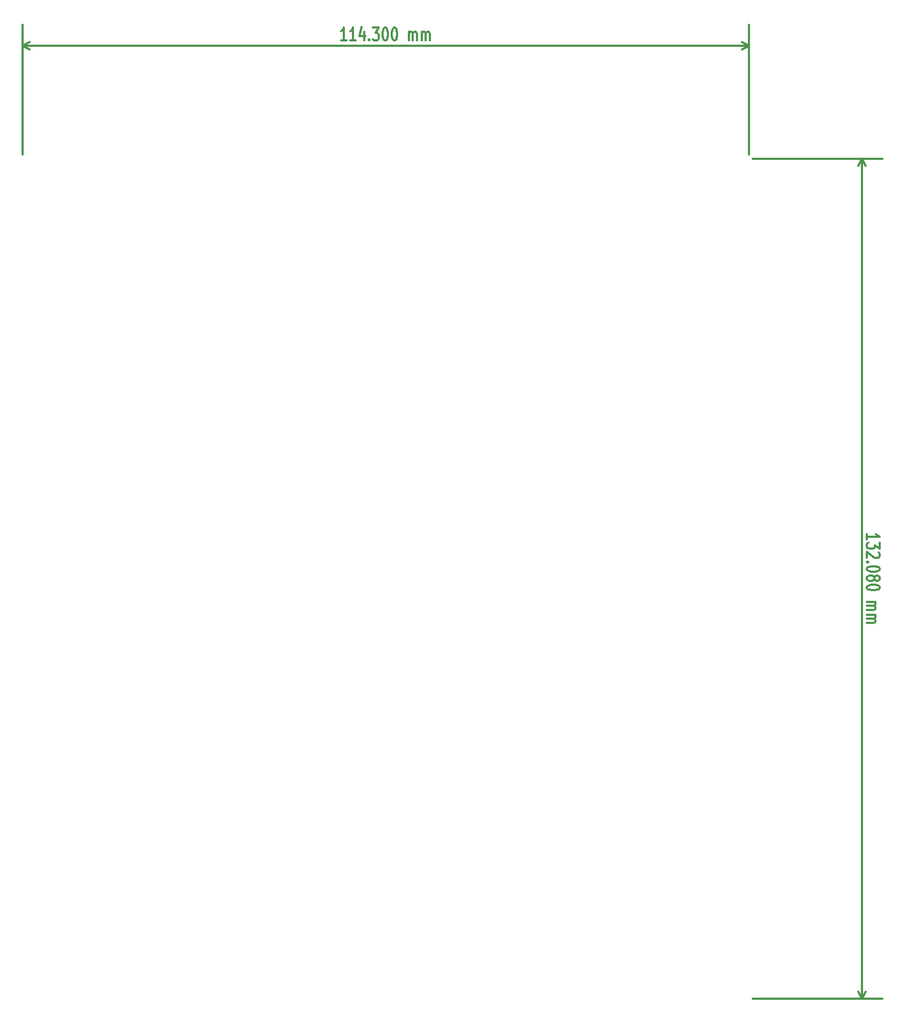
<source format=gbr>
G04 (created by PCBNEW-RS274X (2012-02-06 BZR 3180)-stable) date Fri 05 Oct 2012 08:43:45 AM CEST*
G01*
G70*
G90*
%MOIN*%
G04 Gerber Fmt 3.4, Leading zero omitted, Abs format*
%FSLAX34Y34*%
G04 APERTURE LIST*
%ADD10C,0.006000*%
%ADD11C,0.012000*%
G04 APERTURE END LIST*
G54D10*
G54D11*
X64315Y-37573D02*
X64315Y-37230D01*
X64315Y-37402D02*
X65115Y-37402D01*
X65001Y-37345D01*
X64925Y-37287D01*
X64887Y-37230D01*
X65115Y-37773D02*
X65115Y-38144D01*
X64810Y-37944D01*
X64810Y-38030D01*
X64772Y-38087D01*
X64734Y-38116D01*
X64658Y-38144D01*
X64468Y-38144D01*
X64391Y-38116D01*
X64353Y-38087D01*
X64315Y-38030D01*
X64315Y-37858D01*
X64353Y-37801D01*
X64391Y-37773D01*
X65039Y-38372D02*
X65077Y-38401D01*
X65115Y-38458D01*
X65115Y-38601D01*
X65077Y-38658D01*
X65039Y-38687D01*
X64963Y-38715D01*
X64887Y-38715D01*
X64772Y-38687D01*
X64315Y-38344D01*
X64315Y-38715D01*
X64391Y-38972D02*
X64353Y-39000D01*
X64315Y-38972D01*
X64353Y-38943D01*
X64391Y-38972D01*
X64315Y-38972D01*
X65115Y-39372D02*
X65115Y-39429D01*
X65077Y-39486D01*
X65039Y-39515D01*
X64963Y-39544D01*
X64810Y-39572D01*
X64620Y-39572D01*
X64468Y-39544D01*
X64391Y-39515D01*
X64353Y-39486D01*
X64315Y-39429D01*
X64315Y-39372D01*
X64353Y-39315D01*
X64391Y-39286D01*
X64468Y-39258D01*
X64620Y-39229D01*
X64810Y-39229D01*
X64963Y-39258D01*
X65039Y-39286D01*
X65077Y-39315D01*
X65115Y-39372D01*
X64772Y-39915D02*
X64810Y-39857D01*
X64849Y-39829D01*
X64925Y-39800D01*
X64963Y-39800D01*
X65039Y-39829D01*
X65077Y-39857D01*
X65115Y-39915D01*
X65115Y-40029D01*
X65077Y-40086D01*
X65039Y-40115D01*
X64963Y-40143D01*
X64925Y-40143D01*
X64849Y-40115D01*
X64810Y-40086D01*
X64772Y-40029D01*
X64772Y-39915D01*
X64734Y-39857D01*
X64696Y-39829D01*
X64620Y-39800D01*
X64468Y-39800D01*
X64391Y-39829D01*
X64353Y-39857D01*
X64315Y-39915D01*
X64315Y-40029D01*
X64353Y-40086D01*
X64391Y-40115D01*
X64468Y-40143D01*
X64620Y-40143D01*
X64696Y-40115D01*
X64734Y-40086D01*
X64772Y-40029D01*
X65115Y-40514D02*
X65115Y-40571D01*
X65077Y-40628D01*
X65039Y-40657D01*
X64963Y-40686D01*
X64810Y-40714D01*
X64620Y-40714D01*
X64468Y-40686D01*
X64391Y-40657D01*
X64353Y-40628D01*
X64315Y-40571D01*
X64315Y-40514D01*
X64353Y-40457D01*
X64391Y-40428D01*
X64468Y-40400D01*
X64620Y-40371D01*
X64810Y-40371D01*
X64963Y-40400D01*
X65039Y-40428D01*
X65077Y-40457D01*
X65115Y-40514D01*
X64315Y-41428D02*
X64849Y-41428D01*
X64772Y-41428D02*
X64810Y-41456D01*
X64849Y-41514D01*
X64849Y-41599D01*
X64810Y-41656D01*
X64734Y-41685D01*
X64315Y-41685D01*
X64734Y-41685D02*
X64810Y-41714D01*
X64849Y-41771D01*
X64849Y-41856D01*
X64810Y-41914D01*
X64734Y-41942D01*
X64315Y-41942D01*
X64315Y-42228D02*
X64849Y-42228D01*
X64772Y-42228D02*
X64810Y-42256D01*
X64849Y-42314D01*
X64849Y-42399D01*
X64810Y-42456D01*
X64734Y-42485D01*
X64315Y-42485D01*
X64734Y-42485D02*
X64810Y-42514D01*
X64849Y-42571D01*
X64849Y-42656D01*
X64810Y-42714D01*
X64734Y-42742D01*
X64315Y-42742D01*
X63999Y-14000D02*
X63999Y-66000D01*
X57250Y-14000D02*
X65279Y-14000D01*
X57250Y-66000D02*
X65279Y-66000D01*
X63999Y-66000D02*
X63769Y-65557D01*
X63999Y-66000D02*
X64229Y-65557D01*
X63999Y-14000D02*
X63769Y-14443D01*
X63999Y-14000D02*
X64229Y-14443D01*
X32073Y-06684D02*
X31730Y-06684D01*
X31902Y-06684D02*
X31902Y-05884D01*
X31845Y-05998D01*
X31787Y-06074D01*
X31730Y-06112D01*
X32644Y-06684D02*
X32301Y-06684D01*
X32473Y-06684D02*
X32473Y-05884D01*
X32416Y-05998D01*
X32358Y-06074D01*
X32301Y-06112D01*
X33158Y-06150D02*
X33158Y-06684D01*
X33015Y-05846D02*
X32872Y-06417D01*
X33244Y-06417D01*
X33472Y-06608D02*
X33500Y-06646D01*
X33472Y-06684D01*
X33443Y-06646D01*
X33472Y-06608D01*
X33472Y-06684D01*
X33701Y-05884D02*
X34072Y-05884D01*
X33872Y-06189D01*
X33958Y-06189D01*
X34015Y-06227D01*
X34044Y-06265D01*
X34072Y-06341D01*
X34072Y-06531D01*
X34044Y-06608D01*
X34015Y-06646D01*
X33958Y-06684D01*
X33786Y-06684D01*
X33729Y-06646D01*
X33701Y-06608D01*
X34443Y-05884D02*
X34500Y-05884D01*
X34557Y-05922D01*
X34586Y-05960D01*
X34615Y-06036D01*
X34643Y-06189D01*
X34643Y-06379D01*
X34615Y-06531D01*
X34586Y-06608D01*
X34557Y-06646D01*
X34500Y-06684D01*
X34443Y-06684D01*
X34386Y-06646D01*
X34357Y-06608D01*
X34329Y-06531D01*
X34300Y-06379D01*
X34300Y-06189D01*
X34329Y-06036D01*
X34357Y-05960D01*
X34386Y-05922D01*
X34443Y-05884D01*
X35014Y-05884D02*
X35071Y-05884D01*
X35128Y-05922D01*
X35157Y-05960D01*
X35186Y-06036D01*
X35214Y-06189D01*
X35214Y-06379D01*
X35186Y-06531D01*
X35157Y-06608D01*
X35128Y-06646D01*
X35071Y-06684D01*
X35014Y-06684D01*
X34957Y-06646D01*
X34928Y-06608D01*
X34900Y-06531D01*
X34871Y-06379D01*
X34871Y-06189D01*
X34900Y-06036D01*
X34928Y-05960D01*
X34957Y-05922D01*
X35014Y-05884D01*
X35928Y-06684D02*
X35928Y-06150D01*
X35928Y-06227D02*
X35956Y-06189D01*
X36014Y-06150D01*
X36099Y-06150D01*
X36156Y-06189D01*
X36185Y-06265D01*
X36185Y-06684D01*
X36185Y-06265D02*
X36214Y-06189D01*
X36271Y-06150D01*
X36356Y-06150D01*
X36414Y-06189D01*
X36442Y-06265D01*
X36442Y-06684D01*
X36728Y-06684D02*
X36728Y-06150D01*
X36728Y-06227D02*
X36756Y-06189D01*
X36814Y-06150D01*
X36899Y-06150D01*
X36956Y-06189D01*
X36985Y-06265D01*
X36985Y-06684D01*
X36985Y-06265D02*
X37014Y-06189D01*
X37071Y-06150D01*
X37156Y-06150D01*
X37214Y-06189D01*
X37242Y-06265D01*
X37242Y-06684D01*
X57000Y-07000D02*
X12000Y-07000D01*
X57000Y-13750D02*
X57000Y-05720D01*
X12000Y-13750D02*
X12000Y-05720D01*
X12000Y-07000D02*
X12443Y-06770D01*
X12000Y-07000D02*
X12443Y-07230D01*
X57000Y-07000D02*
X56557Y-06770D01*
X57000Y-07000D02*
X56557Y-07230D01*
M02*

</source>
